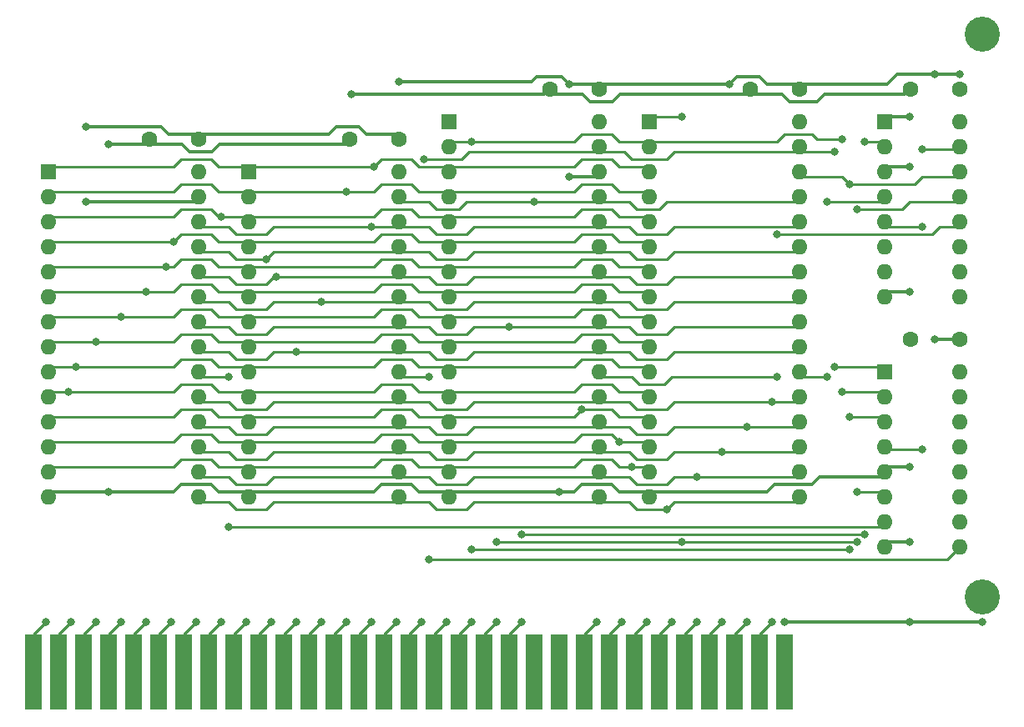
<source format=gbr>
G04 #@! TF.GenerationSoftware,KiCad,Pcbnew,(5.1.8)-1*
G04 #@! TF.CreationDate,2022-04-03T17:30:12-06:00*
G04 #@! TF.ProjectId,640k,3634306b-2e6b-4696-9361-645f70636258,rev?*
G04 #@! TF.SameCoordinates,Original*
G04 #@! TF.FileFunction,Copper,L1,Top*
G04 #@! TF.FilePolarity,Positive*
%FSLAX46Y46*%
G04 Gerber Fmt 4.6, Leading zero omitted, Abs format (unit mm)*
G04 Created by KiCad (PCBNEW (5.1.8)-1) date 2022-04-03 17:30:12*
%MOMM*%
%LPD*%
G01*
G04 APERTURE LIST*
G04 #@! TA.AperFunction,ComponentPad*
%ADD10O,1.600000X1.600000*%
G04 #@! TD*
G04 #@! TA.AperFunction,ComponentPad*
%ADD11R,1.600000X1.600000*%
G04 #@! TD*
G04 #@! TA.AperFunction,ComponentPad*
%ADD12C,1.600000*%
G04 #@! TD*
G04 #@! TA.AperFunction,ConnectorPad*
%ADD13R,1.780000X7.620000*%
G04 #@! TD*
G04 #@! TA.AperFunction,ComponentPad*
%ADD14C,3.556000*%
G04 #@! TD*
G04 #@! TA.AperFunction,ViaPad*
%ADD15C,0.800000*%
G04 #@! TD*
G04 #@! TA.AperFunction,Conductor*
%ADD16C,0.330200*%
G04 #@! TD*
G04 #@! TA.AperFunction,Conductor*
%ADD17C,0.250000*%
G04 #@! TD*
G04 APERTURE END LIST*
D10*
G04 #@! TO.P,U3,32*
G04 #@! TO.N,/5+*
X142740380Y-73888600D03*
G04 #@! TO.P,U3,16*
G04 #@! TO.N,/GND*
X127500380Y-111988600D03*
G04 #@! TO.P,U3,31*
G04 #@! TO.N,/A15*
X142740380Y-76428600D03*
G04 #@! TO.P,U3,15*
G04 #@! TO.N,/D2*
X127500380Y-109448600D03*
G04 #@! TO.P,U3,30*
G04 #@! TO.N,/5+*
X142740380Y-78968600D03*
G04 #@! TO.P,U3,14*
G04 #@! TO.N,/D1*
X127500380Y-106908600D03*
G04 #@! TO.P,U3,29*
G04 #@! TO.N,/MWR*
X142740380Y-81508600D03*
G04 #@! TO.P,U3,13*
G04 #@! TO.N,/D0*
X127500380Y-104368600D03*
G04 #@! TO.P,U3,28*
G04 #@! TO.N,/A13*
X142740380Y-84048600D03*
G04 #@! TO.P,U3,12*
G04 #@! TO.N,/A0*
X127500380Y-101828600D03*
G04 #@! TO.P,U3,27*
G04 #@! TO.N,/A8*
X142740380Y-86588600D03*
G04 #@! TO.P,U3,11*
G04 #@! TO.N,/A1*
X127500380Y-99288600D03*
G04 #@! TO.P,U3,26*
G04 #@! TO.N,/A9*
X142740380Y-89128600D03*
G04 #@! TO.P,U3,10*
G04 #@! TO.N,/A2*
X127500380Y-96748600D03*
G04 #@! TO.P,U3,25*
G04 #@! TO.N,/A11*
X142740380Y-91668600D03*
G04 #@! TO.P,U3,9*
G04 #@! TO.N,/A3*
X127500380Y-94208600D03*
G04 #@! TO.P,U3,24*
G04 #@! TO.N,/MRD*
X142740380Y-94208600D03*
G04 #@! TO.P,U3,8*
G04 #@! TO.N,/A4*
X127500380Y-91668600D03*
G04 #@! TO.P,U3,23*
G04 #@! TO.N,/A10*
X142740380Y-96748600D03*
G04 #@! TO.P,U3,7*
G04 #@! TO.N,/A5*
X127500380Y-89128600D03*
G04 #@! TO.P,U3,22*
G04 #@! TO.N,/128K_CS*
X142740380Y-99288600D03*
G04 #@! TO.P,U3,6*
G04 #@! TO.N,/A6*
X127500380Y-86588600D03*
G04 #@! TO.P,U3,21*
G04 #@! TO.N,/D7*
X142740380Y-101828600D03*
G04 #@! TO.P,U3,5*
G04 #@! TO.N,/A7*
X127500380Y-84048600D03*
G04 #@! TO.P,U3,20*
G04 #@! TO.N,/D6*
X142740380Y-104368600D03*
G04 #@! TO.P,U3,4*
G04 #@! TO.N,/A12*
X127500380Y-81508600D03*
G04 #@! TO.P,U3,19*
G04 #@! TO.N,/D5*
X142740380Y-106908600D03*
G04 #@! TO.P,U3,3*
G04 #@! TO.N,/A14*
X127500380Y-78968600D03*
G04 #@! TO.P,U3,18*
G04 #@! TO.N,/D4*
X142740380Y-109448600D03*
G04 #@! TO.P,U3,2*
G04 #@! TO.N,/A16*
X127500380Y-76428600D03*
G04 #@! TO.P,U3,17*
G04 #@! TO.N,/D3*
X142740380Y-111988600D03*
D11*
G04 #@! TO.P,U3,1*
G04 #@! TO.N,Net-(U3-Pad1)*
X127500380Y-73888600D03*
G04 #@! TD*
D10*
G04 #@! TO.P,U4,32*
G04 #@! TO.N,/5+*
X163060380Y-73888600D03*
G04 #@! TO.P,U4,16*
G04 #@! TO.N,/GND*
X147820380Y-111988600D03*
G04 #@! TO.P,U4,31*
G04 #@! TO.N,/A15*
X163060380Y-76428600D03*
G04 #@! TO.P,U4,15*
G04 #@! TO.N,/D2*
X147820380Y-109448600D03*
G04 #@! TO.P,U4,30*
G04 #@! TO.N,/A17*
X163060380Y-78968600D03*
G04 #@! TO.P,U4,14*
G04 #@! TO.N,/D1*
X147820380Y-106908600D03*
G04 #@! TO.P,U4,29*
G04 #@! TO.N,/MWR*
X163060380Y-81508600D03*
G04 #@! TO.P,U4,13*
G04 #@! TO.N,/D0*
X147820380Y-104368600D03*
G04 #@! TO.P,U4,28*
G04 #@! TO.N,/A13*
X163060380Y-84048600D03*
G04 #@! TO.P,U4,12*
G04 #@! TO.N,/A0*
X147820380Y-101828600D03*
G04 #@! TO.P,U4,27*
G04 #@! TO.N,/A8*
X163060380Y-86588600D03*
G04 #@! TO.P,U4,11*
G04 #@! TO.N,/A1*
X147820380Y-99288600D03*
G04 #@! TO.P,U4,26*
G04 #@! TO.N,/A9*
X163060380Y-89128600D03*
G04 #@! TO.P,U4,10*
G04 #@! TO.N,/A2*
X147820380Y-96748600D03*
G04 #@! TO.P,U4,25*
G04 #@! TO.N,/A11*
X163060380Y-91668600D03*
G04 #@! TO.P,U4,9*
G04 #@! TO.N,/A3*
X147820380Y-94208600D03*
G04 #@! TO.P,U4,24*
G04 #@! TO.N,/MRD*
X163060380Y-94208600D03*
G04 #@! TO.P,U4,8*
G04 #@! TO.N,/A4*
X147820380Y-91668600D03*
G04 #@! TO.P,U4,23*
G04 #@! TO.N,/A10*
X163060380Y-96748600D03*
G04 #@! TO.P,U4,7*
G04 #@! TO.N,/A5*
X147820380Y-89128600D03*
G04 #@! TO.P,U4,22*
G04 #@! TO.N,/512K_CS*
X163060380Y-99288600D03*
G04 #@! TO.P,U4,6*
G04 #@! TO.N,/A6*
X147820380Y-86588600D03*
G04 #@! TO.P,U4,21*
G04 #@! TO.N,/D7*
X163060380Y-101828600D03*
G04 #@! TO.P,U4,5*
G04 #@! TO.N,/A7*
X147820380Y-84048600D03*
G04 #@! TO.P,U4,20*
G04 #@! TO.N,/D6*
X163060380Y-104368600D03*
G04 #@! TO.P,U4,4*
G04 #@! TO.N,/A12*
X147820380Y-81508600D03*
G04 #@! TO.P,U4,19*
G04 #@! TO.N,/D5*
X163060380Y-106908600D03*
G04 #@! TO.P,U4,3*
G04 #@! TO.N,/A14*
X147820380Y-78968600D03*
G04 #@! TO.P,U4,18*
G04 #@! TO.N,/D4*
X163060380Y-109448600D03*
G04 #@! TO.P,U4,2*
G04 #@! TO.N,/A16*
X147820380Y-76428600D03*
G04 #@! TO.P,U4,17*
G04 #@! TO.N,/D3*
X163060380Y-111988600D03*
D11*
G04 #@! TO.P,U4,1*
G04 #@! TO.N,/A18*
X147820380Y-73888600D03*
G04 #@! TD*
D10*
G04 #@! TO.P,U1,28*
G04 #@! TO.N,/5+*
X102100380Y-78968600D03*
G04 #@! TO.P,U1,14*
G04 #@! TO.N,/GND*
X86860380Y-111988600D03*
G04 #@! TO.P,U1,27*
G04 #@! TO.N,/5+*
X102100380Y-81508600D03*
G04 #@! TO.P,U1,13*
G04 #@! TO.N,/D2*
X86860380Y-109448600D03*
G04 #@! TO.P,U1,26*
G04 #@! TO.N,/A13*
X102100380Y-84048600D03*
G04 #@! TO.P,U1,12*
G04 #@! TO.N,/D1*
X86860380Y-106908600D03*
G04 #@! TO.P,U1,25*
G04 #@! TO.N,/A8*
X102100380Y-86588600D03*
G04 #@! TO.P,U1,11*
G04 #@! TO.N,/D0*
X86860380Y-104368600D03*
G04 #@! TO.P,U1,24*
G04 #@! TO.N,/A9*
X102100380Y-89128600D03*
G04 #@! TO.P,U1,10*
G04 #@! TO.N,/A0*
X86860380Y-101828600D03*
G04 #@! TO.P,U1,23*
G04 #@! TO.N,/A11*
X102100380Y-91668600D03*
G04 #@! TO.P,U1,9*
G04 #@! TO.N,/A1*
X86860380Y-99288600D03*
G04 #@! TO.P,U1,22*
G04 #@! TO.N,/MRD*
X102100380Y-94208600D03*
G04 #@! TO.P,U1,8*
G04 #@! TO.N,/A2*
X86860380Y-96748600D03*
G04 #@! TO.P,U1,21*
G04 #@! TO.N,/A10*
X102100380Y-96748600D03*
G04 #@! TO.P,U1,7*
G04 #@! TO.N,/A3*
X86860380Y-94208600D03*
G04 #@! TO.P,U1,20*
G04 #@! TO.N,/32K_ROM_CS*
X102100380Y-99288600D03*
G04 #@! TO.P,U1,6*
G04 #@! TO.N,/A4*
X86860380Y-91668600D03*
G04 #@! TO.P,U1,19*
G04 #@! TO.N,/D7*
X102100380Y-101828600D03*
G04 #@! TO.P,U1,5*
G04 #@! TO.N,/A5*
X86860380Y-89128600D03*
G04 #@! TO.P,U1,18*
G04 #@! TO.N,/D6*
X102100380Y-104368600D03*
G04 #@! TO.P,U1,4*
G04 #@! TO.N,/A6*
X86860380Y-86588600D03*
G04 #@! TO.P,U1,17*
G04 #@! TO.N,/D5*
X102100380Y-106908600D03*
G04 #@! TO.P,U1,3*
G04 #@! TO.N,/A7*
X86860380Y-84048600D03*
G04 #@! TO.P,U1,16*
G04 #@! TO.N,/D4*
X102100380Y-109448600D03*
G04 #@! TO.P,U1,2*
G04 #@! TO.N,/A12*
X86860380Y-81508600D03*
G04 #@! TO.P,U1,15*
G04 #@! TO.N,/D3*
X102100380Y-111988600D03*
D11*
G04 #@! TO.P,U1,1*
G04 #@! TO.N,/A14*
X86860380Y-78968600D03*
G04 #@! TD*
D10*
G04 #@! TO.P,U2,28*
G04 #@! TO.N,/5+*
X122420380Y-78968600D03*
G04 #@! TO.P,U2,14*
G04 #@! TO.N,/GND*
X107180380Y-111988600D03*
G04 #@! TO.P,U2,27*
G04 #@! TO.N,/MWR*
X122420380Y-81508600D03*
G04 #@! TO.P,U2,13*
G04 #@! TO.N,/D2*
X107180380Y-109448600D03*
G04 #@! TO.P,U2,26*
G04 #@! TO.N,/A13*
X122420380Y-84048600D03*
G04 #@! TO.P,U2,12*
G04 #@! TO.N,/D1*
X107180380Y-106908600D03*
G04 #@! TO.P,U2,25*
G04 #@! TO.N,/A8*
X122420380Y-86588600D03*
G04 #@! TO.P,U2,11*
G04 #@! TO.N,/D0*
X107180380Y-104368600D03*
G04 #@! TO.P,U2,24*
G04 #@! TO.N,/A9*
X122420380Y-89128600D03*
G04 #@! TO.P,U2,10*
G04 #@! TO.N,/A0*
X107180380Y-101828600D03*
G04 #@! TO.P,U2,23*
G04 #@! TO.N,/A11*
X122420380Y-91668600D03*
G04 #@! TO.P,U2,9*
G04 #@! TO.N,/A1*
X107180380Y-99288600D03*
G04 #@! TO.P,U2,22*
G04 #@! TO.N,/MRD*
X122420380Y-94208600D03*
G04 #@! TO.P,U2,8*
G04 #@! TO.N,/A2*
X107180380Y-96748600D03*
G04 #@! TO.P,U2,21*
G04 #@! TO.N,/A10*
X122420380Y-96748600D03*
G04 #@! TO.P,U2,7*
G04 #@! TO.N,/A3*
X107180380Y-94208600D03*
G04 #@! TO.P,U2,20*
G04 #@! TO.N,/32K_RAM_CS*
X122420380Y-99288600D03*
G04 #@! TO.P,U2,6*
G04 #@! TO.N,/A4*
X107180380Y-91668600D03*
G04 #@! TO.P,U2,19*
G04 #@! TO.N,/D7*
X122420380Y-101828600D03*
G04 #@! TO.P,U2,5*
G04 #@! TO.N,/A5*
X107180380Y-89128600D03*
G04 #@! TO.P,U2,18*
G04 #@! TO.N,/D6*
X122420380Y-104368600D03*
G04 #@! TO.P,U2,4*
G04 #@! TO.N,/A6*
X107180380Y-86588600D03*
G04 #@! TO.P,U2,17*
G04 #@! TO.N,/D5*
X122420380Y-106908600D03*
G04 #@! TO.P,U2,3*
G04 #@! TO.N,/A7*
X107180380Y-84048600D03*
G04 #@! TO.P,U2,16*
G04 #@! TO.N,/D4*
X122420380Y-109448600D03*
G04 #@! TO.P,U2,2*
G04 #@! TO.N,/A12*
X107180380Y-81508600D03*
G04 #@! TO.P,U2,15*
G04 #@! TO.N,/D3*
X122420380Y-111988600D03*
D11*
G04 #@! TO.P,U2,1*
G04 #@! TO.N,/A14*
X107180380Y-78968600D03*
G04 #@! TD*
D12*
G04 #@! TO.P,C6,2*
G04 #@! TO.N,/5+*
X179316380Y-95986600D03*
G04 #@! TO.P,C6,1*
G04 #@! TO.N,/GND*
X174316380Y-95986600D03*
G04 #@! TD*
G04 #@! TO.P,C3,2*
G04 #@! TO.N,/5+*
X142740380Y-70586600D03*
G04 #@! TO.P,C3,1*
G04 #@! TO.N,/GND*
X137740380Y-70586600D03*
G04 #@! TD*
G04 #@! TO.P,C2,2*
G04 #@! TO.N,/5+*
X122420380Y-75666600D03*
G04 #@! TO.P,C2,1*
G04 #@! TO.N,/GND*
X117420380Y-75666600D03*
G04 #@! TD*
G04 #@! TO.P,C1,2*
G04 #@! TO.N,/5+*
X102100380Y-75666600D03*
G04 #@! TO.P,C1,1*
G04 #@! TO.N,/GND*
X97100380Y-75666600D03*
G04 #@! TD*
D13*
G04 #@! TO.P,J9,62*
G04 #@! TO.N,/A0*
X85336380Y-129768600D03*
G04 #@! TO.P,J9,61*
G04 #@! TO.N,/A1*
X87876380Y-129768600D03*
G04 #@! TO.P,J9,60*
G04 #@! TO.N,/A2*
X90416380Y-129768600D03*
G04 #@! TO.P,J9,59*
G04 #@! TO.N,/A3*
X92956380Y-129768600D03*
G04 #@! TO.P,J9,58*
G04 #@! TO.N,/A4*
X95496380Y-129768600D03*
G04 #@! TO.P,J9,57*
G04 #@! TO.N,/A5*
X98036380Y-129768600D03*
G04 #@! TO.P,J9,56*
G04 #@! TO.N,/A6*
X100576380Y-129768600D03*
G04 #@! TO.P,J9,55*
G04 #@! TO.N,/A7*
X103116380Y-129768600D03*
G04 #@! TO.P,J9,54*
G04 #@! TO.N,/A8*
X105656380Y-129768600D03*
G04 #@! TO.P,J9,53*
G04 #@! TO.N,/A9*
X108196380Y-129768600D03*
G04 #@! TO.P,J9,52*
G04 #@! TO.N,/A10*
X110736380Y-129768600D03*
G04 #@! TO.P,J9,51*
G04 #@! TO.N,/A11*
X113276380Y-129768600D03*
G04 #@! TO.P,J9,50*
G04 #@! TO.N,/A12*
X115816380Y-129768600D03*
G04 #@! TO.P,J9,49*
G04 #@! TO.N,/A13*
X118356380Y-129768600D03*
G04 #@! TO.P,J9,48*
G04 #@! TO.N,/A14*
X120896380Y-129768600D03*
G04 #@! TO.P,J9,47*
G04 #@! TO.N,/A15*
X123436380Y-129768600D03*
G04 #@! TO.P,J9,46*
G04 #@! TO.N,/A16*
X125976380Y-129768600D03*
G04 #@! TO.P,J9,45*
G04 #@! TO.N,/A17*
X128516380Y-129768600D03*
G04 #@! TO.P,J9,44*
G04 #@! TO.N,/A18*
X131056380Y-129768600D03*
G04 #@! TO.P,J9,43*
G04 #@! TO.N,/A19*
X133596380Y-129768600D03*
G04 #@! TO.P,J9,42*
G04 #@! TO.N,/AEN*
X136136380Y-129768600D03*
G04 #@! TO.P,J9,41*
G04 #@! TO.N,/RDY1*
X138676380Y-129768600D03*
G04 #@! TO.P,J9,40*
G04 #@! TO.N,/D0*
X141216380Y-129768600D03*
G04 #@! TO.P,J9,39*
G04 #@! TO.N,/D1*
X143756380Y-129768600D03*
G04 #@! TO.P,J9,38*
G04 #@! TO.N,/D2*
X146296380Y-129768600D03*
G04 #@! TO.P,J9,37*
G04 #@! TO.N,/D3*
X148836380Y-129768600D03*
G04 #@! TO.P,J9,36*
G04 #@! TO.N,/D4*
X151376380Y-129768600D03*
G04 #@! TO.P,J9,35*
G04 #@! TO.N,/D5*
X153916380Y-129768600D03*
G04 #@! TO.P,J9,34*
G04 #@! TO.N,/D6*
X156456380Y-129768600D03*
G04 #@! TO.P,J9,33*
G04 #@! TO.N,/D7*
X158996380Y-129768600D03*
G04 #@! TO.P,J9,32*
G04 #@! TO.N,/CH_CK*
X161536380Y-129768600D03*
G04 #@! TD*
D14*
G04 #@! TO.P,R,1*
G04 #@! TO.N,/GND*
X181602380Y-122148600D03*
G04 #@! TD*
G04 #@! TO.P,R,1*
G04 #@! TO.N,N/C*
X181602380Y-64998600D03*
G04 #@! TD*
D10*
G04 #@! TO.P,U6,16*
G04 #@! TO.N,/5+*
X179316380Y-99288600D03*
G04 #@! TO.P,U6,8*
G04 #@! TO.N,/GND*
X171696380Y-117068600D03*
G04 #@! TO.P,U6,15*
G04 #@! TO.N,Net-(U6-Pad15)*
X179316380Y-101828600D03*
G04 #@! TO.P,U6,7*
G04 #@! TO.N,/32K_ROM_CS*
X171696380Y-114528600D03*
G04 #@! TO.P,U6,14*
G04 #@! TO.N,Net-(U6-Pad14)*
X179316380Y-104368600D03*
G04 #@! TO.P,U6,6*
G04 #@! TO.N,/A18*
X171696380Y-111988600D03*
G04 #@! TO.P,U6,13*
G04 #@! TO.N,Net-(U6-Pad13)*
X179316380Y-106908600D03*
G04 #@! TO.P,U6,5*
G04 #@! TO.N,/GND*
X171696380Y-109448600D03*
G04 #@! TO.P,U6,12*
G04 #@! TO.N,Net-(U6-Pad12)*
X179316380Y-109448600D03*
G04 #@! TO.P,U6,4*
G04 #@! TO.N,/UPPER_512K*
X171696380Y-106908600D03*
G04 #@! TO.P,U6,11*
G04 #@! TO.N,Net-(U6-Pad11)*
X179316380Y-111988600D03*
G04 #@! TO.P,U6,3*
G04 #@! TO.N,/A17*
X171696380Y-104368600D03*
G04 #@! TO.P,U6,10*
G04 #@! TO.N,Net-(U6-Pad10)*
X179316380Y-114528600D03*
G04 #@! TO.P,U6,2*
G04 #@! TO.N,/A16*
X171696380Y-101828600D03*
G04 #@! TO.P,U6,9*
G04 #@! TO.N,/32K_RAM_CS*
X179316380Y-117068600D03*
D11*
G04 #@! TO.P,U6,1*
G04 #@! TO.N,/A15*
X171696380Y-99288600D03*
G04 #@! TD*
D10*
G04 #@! TO.P,U5,16*
G04 #@! TO.N,/5+*
X179316380Y-73888600D03*
G04 #@! TO.P,U5,8*
G04 #@! TO.N,/GND*
X171696380Y-91668600D03*
G04 #@! TO.P,U5,15*
G04 #@! TO.N,/UPPER_512K*
X179316380Y-76428600D03*
G04 #@! TO.P,U5,7*
G04 #@! TO.N,Net-(U5-Pad7)*
X171696380Y-89128600D03*
G04 #@! TO.P,U5,14*
G04 #@! TO.N,/A17*
X179316380Y-78968600D03*
G04 #@! TO.P,U5,6*
G04 #@! TO.N,Net-(U5-Pad6)*
X171696380Y-86588600D03*
G04 #@! TO.P,U5,13*
G04 #@! TO.N,/A18*
X179316380Y-81508600D03*
G04 #@! TO.P,U5,5*
G04 #@! TO.N,/UPPER_512K*
X171696380Y-84048600D03*
G04 #@! TO.P,U5,12*
G04 #@! TO.N,/128K_CS*
X179316380Y-84048600D03*
G04 #@! TO.P,U5,4*
G04 #@! TO.N,/512K_CS*
X171696380Y-81508600D03*
G04 #@! TO.P,U5,11*
G04 #@! TO.N,Net-(U5-Pad11)*
X179316380Y-86588600D03*
G04 #@! TO.P,U5,3*
G04 #@! TO.N,/GND*
X171696380Y-78968600D03*
G04 #@! TO.P,U5,10*
G04 #@! TO.N,Net-(U5-Pad10)*
X179316380Y-89128600D03*
G04 #@! TO.P,U5,2*
G04 #@! TO.N,/A19*
X171696380Y-76428600D03*
G04 #@! TO.P,U5,9*
G04 #@! TO.N,Net-(U5-Pad9)*
X179316380Y-91668600D03*
D11*
G04 #@! TO.P,U5,1*
G04 #@! TO.N,/GND*
X171696380Y-73888600D03*
G04 #@! TD*
D12*
G04 #@! TO.P,C5,2*
G04 #@! TO.N,/5+*
X179316380Y-70586600D03*
G04 #@! TO.P,C5,1*
G04 #@! TO.N,/GND*
X174316380Y-70586600D03*
G04 #@! TD*
G04 #@! TO.P,C4,2*
G04 #@! TO.N,/5+*
X163060380Y-70586600D03*
G04 #@! TO.P,C4,1*
G04 #@! TO.N,/GND*
X158060380Y-70586600D03*
G04 #@! TD*
D15*
G04 #@! TO.N,/5+*
X179316380Y-69062600D03*
X176776380Y-69062600D03*
X176776380Y-95986600D03*
X90670380Y-74396600D03*
X122420380Y-69824598D03*
X155948380Y-70078600D03*
X90670380Y-82016600D03*
X139692380Y-70078600D03*
X139692380Y-79476600D03*
G04 #@! TO.N,/GND*
X181602380Y-124688600D03*
X174236380Y-116560600D03*
X174236380Y-108940600D03*
X174236380Y-78460600D03*
X174236380Y-91160600D03*
X174236380Y-73380600D03*
X161536380Y-124688600D03*
X117594380Y-71094600D03*
X92956380Y-111480600D03*
X92956380Y-76174600D03*
X138676380Y-111480600D03*
X174236380Y-124688600D03*
G04 #@! TO.N,/D7*
X160266380Y-124688600D03*
X160266380Y-102336600D03*
G04 #@! TO.N,/D6*
X157726380Y-124688600D03*
X157726380Y-104876600D03*
G04 #@! TO.N,/D5*
X155186380Y-124688600D03*
X155186380Y-107416600D03*
G04 #@! TO.N,/D4*
X152646380Y-124688600D03*
X152646380Y-109956600D03*
G04 #@! TO.N,/D3*
X150106380Y-124688600D03*
X149598380Y-113258600D03*
G04 #@! TO.N,/D2*
X147566380Y-124688600D03*
X146042380Y-108940600D03*
G04 #@! TO.N,/D1*
X145026380Y-124688600D03*
X144772380Y-106400600D03*
G04 #@! TO.N,/D0*
X142486380Y-124688600D03*
X140962380Y-103098600D03*
G04 #@! TO.N,/A19*
X134866380Y-124688600D03*
X169664380Y-75920600D03*
X169664380Y-115798600D03*
X134866380Y-115798600D03*
G04 #@! TO.N,/A18*
X132326380Y-124688600D03*
X168902380Y-82778600D03*
X168902380Y-116560600D03*
X132326380Y-116560600D03*
X168902380Y-111480600D03*
X151122380Y-116560600D03*
X151122380Y-73380600D03*
G04 #@! TO.N,/A17*
X129786380Y-124688600D03*
X168140380Y-80238600D03*
X168140380Y-103860600D03*
X168140380Y-117322600D03*
X129786380Y-117322600D03*
G04 #@! TO.N,/A16*
X127246380Y-124688600D03*
X129786380Y-75920600D03*
X167378380Y-75666600D03*
X167378380Y-101320600D03*
G04 #@! TO.N,/A15*
X124706380Y-124688600D03*
X124960380Y-77698600D03*
X166616380Y-76936600D03*
X166616380Y-98780600D03*
G04 #@! TO.N,/A14*
X122166380Y-124688600D03*
X119880380Y-78460600D03*
G04 #@! TO.N,/A13*
X119626380Y-124688600D03*
X119626380Y-84556600D03*
G04 #@! TO.N,/A12*
X117086380Y-124688600D03*
X117086380Y-81000600D03*
G04 #@! TO.N,/A11*
X114546380Y-124688600D03*
X114546380Y-92176600D03*
G04 #@! TO.N,/A10*
X112006380Y-124688600D03*
X112006380Y-97256600D03*
G04 #@! TO.N,/A9*
X109466380Y-124688600D03*
X109974380Y-89636600D03*
G04 #@! TO.N,/A8*
X106926380Y-124688600D03*
X108958380Y-87858600D03*
G04 #@! TO.N,/A7*
X104386380Y-124688600D03*
X104386380Y-83540600D03*
G04 #@! TO.N,/A6*
X101846380Y-124688600D03*
X99560380Y-86080600D03*
G04 #@! TO.N,/A5*
X99306380Y-124688600D03*
X98798380Y-88620600D03*
G04 #@! TO.N,/A4*
X96766380Y-124688600D03*
X96766380Y-91160600D03*
G04 #@! TO.N,/A3*
X94226380Y-124688600D03*
X94226380Y-93700600D03*
G04 #@! TO.N,/A2*
X91686380Y-124688600D03*
X91686380Y-96240600D03*
G04 #@! TO.N,/A1*
X89146380Y-124688600D03*
X89654380Y-98780600D03*
G04 #@! TO.N,/A0*
X86606380Y-124688600D03*
X88892380Y-101320600D03*
G04 #@! TO.N,/MWR*
X136136380Y-82016600D03*
G04 #@! TO.N,/MRD*
X133596380Y-94716600D03*
G04 #@! TO.N,/32K_RAM_CS*
X125468380Y-99796600D03*
X125468380Y-118338600D03*
G04 #@! TO.N,/32K_ROM_CS*
X105148380Y-115036600D03*
X105148380Y-99796600D03*
G04 #@! TO.N,/512K_CS*
X165854380Y-99796600D03*
X165854380Y-82016600D03*
G04 #@! TO.N,/UPPER_512K*
X175506380Y-84556600D03*
X175506380Y-107162600D03*
X175506380Y-76682600D03*
G04 #@! TO.N,/128K_CS*
X160774380Y-99796600D03*
X160774380Y-85318600D03*
G04 #@! TD*
D16*
G04 #@! TO.N,/5+*
X176776380Y-69062600D02*
X179316380Y-69062600D01*
X179316380Y-95986600D02*
X176776380Y-95986600D01*
X121912380Y-75158600D02*
X122420380Y-75666600D01*
X118356380Y-74396600D02*
X119118380Y-75158600D01*
X116070380Y-74396600D02*
X118356380Y-74396600D01*
X115308380Y-75158600D02*
X116070380Y-74396600D01*
X119118380Y-75158600D02*
X121912380Y-75158600D01*
X102608380Y-75158600D02*
X115308380Y-75158600D01*
X102100380Y-75666600D02*
X102608380Y-75158600D01*
X90670380Y-74396600D02*
X98290380Y-74396600D01*
X98290380Y-74396600D02*
X99052380Y-75158600D01*
X142740380Y-70586600D02*
X143248380Y-70078600D01*
X158996380Y-69316600D02*
X159758380Y-70078600D01*
X162552380Y-70078600D02*
X163060380Y-70586600D01*
X156710380Y-69316600D02*
X158996380Y-69316600D01*
X155948380Y-70078600D02*
X156710380Y-69316600D01*
X159758380Y-70078600D02*
X162552380Y-70078600D01*
X143248380Y-70078600D02*
X155948380Y-70078600D01*
X101592380Y-75158600D02*
X102100380Y-75666600D01*
X99052380Y-75158600D02*
X101592380Y-75158600D01*
X135882382Y-69824598D02*
X122420380Y-69824598D01*
X138930380Y-69316600D02*
X136390380Y-69316600D01*
X136390380Y-69316600D02*
X135882382Y-69824598D01*
X142232380Y-70078600D02*
X139692380Y-70078600D01*
X142740380Y-70586600D02*
X142232380Y-70078600D01*
X176776380Y-69062600D02*
X172966380Y-69062600D01*
X172966380Y-69062600D02*
X171950380Y-70078600D01*
X163568380Y-70078600D02*
X163060380Y-70586600D01*
X171950380Y-70078600D02*
X163568380Y-70078600D01*
X102100380Y-81508600D02*
X101592380Y-82016600D01*
X101592380Y-82016600D02*
X90670380Y-82016600D01*
X139692380Y-70078600D02*
X138930380Y-69316600D01*
X142232380Y-79476600D02*
X142740380Y-78968600D01*
X139692380Y-79476600D02*
X142232380Y-79476600D01*
G04 #@! TO.N,/GND*
X117420380Y-75666600D02*
X116912380Y-76174600D01*
X101164380Y-76936600D02*
X100402380Y-76174600D01*
X97608380Y-76174600D02*
X97100380Y-75666600D01*
X103450380Y-76936600D02*
X101164380Y-76936600D01*
X104212380Y-76174600D02*
X103450380Y-76936600D01*
X100402380Y-76174600D02*
X97608380Y-76174600D01*
X116912380Y-76174600D02*
X104212380Y-76174600D01*
X161536380Y-124688600D02*
X181602380Y-124688600D01*
X172204380Y-116560600D02*
X171696380Y-117068600D01*
X174236380Y-116560600D02*
X172204380Y-116560600D01*
X172204380Y-108940600D02*
X171696380Y-109448600D01*
X174236380Y-108940600D02*
X172204380Y-108940600D01*
X172204380Y-91160600D02*
X171696380Y-91668600D01*
X174236380Y-91160600D02*
X172204380Y-91160600D01*
X172204380Y-78460600D02*
X171696380Y-78968600D01*
X174236380Y-78460600D02*
X172204380Y-78460600D01*
X172204380Y-73380600D02*
X171696380Y-73888600D01*
X174236380Y-73380600D02*
X172204380Y-73380600D01*
X106672380Y-111480600D02*
X107180380Y-111988600D01*
X87368380Y-111480600D02*
X92956380Y-111480600D01*
X103370380Y-110718600D02*
X104132380Y-111480600D01*
X86860380Y-111988600D02*
X87368380Y-111480600D01*
X104132380Y-111480600D02*
X106672380Y-111480600D01*
X99560380Y-111480600D02*
X100322380Y-110718600D01*
X100322380Y-110718600D02*
X103370380Y-110718600D01*
X120642380Y-110718600D02*
X123690380Y-110718600D01*
X126992380Y-111480600D02*
X127500380Y-111988600D01*
X124452380Y-111480600D02*
X126992380Y-111480600D01*
X123690380Y-110718600D02*
X124452380Y-111480600D01*
X119880380Y-111480600D02*
X120642380Y-110718600D01*
X107688380Y-111480600D02*
X119880380Y-111480600D01*
X107180380Y-111988600D02*
X107688380Y-111480600D01*
X147312380Y-111480600D02*
X147820380Y-111988600D01*
X144772380Y-111480600D02*
X147312380Y-111480600D01*
X127500380Y-111988600D02*
X128008380Y-111480600D01*
X140962380Y-110718600D02*
X144010380Y-110718600D01*
X140200380Y-111480600D02*
X140962380Y-110718600D01*
X144010380Y-110718600D02*
X144772380Y-111480600D01*
X128008380Y-111480600D02*
X140200380Y-111480600D01*
X141042380Y-71094600D02*
X138248380Y-71094600D01*
X141804380Y-71856600D02*
X141042380Y-71094600D01*
X138248380Y-71094600D02*
X137740380Y-70586600D01*
X158060380Y-70586600D02*
X157552380Y-71094600D01*
X157552380Y-71094600D02*
X144852380Y-71094600D01*
X144852380Y-71094600D02*
X144090380Y-71856600D01*
X144090380Y-71856600D02*
X141804380Y-71856600D01*
X137740380Y-70586600D02*
X137660380Y-70586600D01*
X137660380Y-70586600D02*
X137152380Y-71094600D01*
X137152380Y-71094600D02*
X117594380Y-71094600D01*
X92956380Y-111480600D02*
X99560380Y-111480600D01*
X96592380Y-76174600D02*
X97100380Y-75666600D01*
X92956380Y-76174600D02*
X96592380Y-76174600D01*
X147820380Y-112018600D02*
X147820380Y-111988600D01*
X171188380Y-109956600D02*
X171696380Y-109448600D01*
X165092380Y-109956600D02*
X171188380Y-109956600D01*
X164330380Y-110718600D02*
X165092380Y-109956600D01*
X160520380Y-110718600D02*
X164330380Y-110718600D01*
X159758380Y-111480600D02*
X160520380Y-110718600D01*
X148328380Y-111480600D02*
X159758380Y-111480600D01*
X147820380Y-111988600D02*
X148328380Y-111480600D01*
X174316380Y-70586600D02*
X174236380Y-70586600D01*
X174236380Y-70586600D02*
X173728380Y-71094600D01*
X173728380Y-71094600D02*
X165600380Y-71094600D01*
X165600380Y-71094600D02*
X164838380Y-71856600D01*
X164838380Y-71856600D02*
X162044380Y-71856600D01*
X162044380Y-71856600D02*
X161282380Y-71094600D01*
X158568380Y-71094600D02*
X158060380Y-70586600D01*
X161282380Y-71094600D02*
X158568380Y-71094600D01*
D17*
G04 #@! TO.N,/D7*
X122928380Y-102336600D02*
X122420380Y-101828600D01*
X146550380Y-103098600D02*
X145788380Y-102336600D01*
X102608380Y-102336600D02*
X102100380Y-101828600D01*
X163060380Y-101828600D02*
X162552380Y-102336600D01*
X109720380Y-102336600D02*
X108958380Y-103098600D01*
X149598380Y-103098600D02*
X146550380Y-103098600D01*
X143248380Y-102336600D02*
X142740380Y-101828600D01*
X145788380Y-102336600D02*
X143248380Y-102336600D01*
X162552380Y-102336600D02*
X150360380Y-102336600D01*
X126230380Y-103098600D02*
X125468380Y-102336600D01*
X122420380Y-101828600D02*
X121912380Y-102336600D01*
X105148380Y-102336600D02*
X102608380Y-102336600D01*
X121912380Y-102336600D02*
X109720380Y-102336600D01*
X129278380Y-103098600D02*
X126230380Y-103098600D01*
X150360380Y-102336600D02*
X149598380Y-103098600D01*
X130040380Y-102336600D02*
X129278380Y-103098600D01*
X108958380Y-103098600D02*
X105910380Y-103098600D01*
X142232380Y-102336600D02*
X130040380Y-102336600D01*
X142740380Y-101828600D02*
X142232380Y-102336600D01*
X105910380Y-103098600D02*
X105148380Y-102336600D01*
X125468380Y-102336600D02*
X122928380Y-102336600D01*
X158996380Y-129768600D02*
X158996380Y-125958600D01*
X158996380Y-125958600D02*
X160266380Y-124688600D01*
G04 #@! TO.N,/D6*
X156456380Y-129768600D02*
X156456380Y-125958600D01*
X122928380Y-104876600D02*
X122420380Y-104368600D01*
X102608380Y-104876600D02*
X102100380Y-104368600D01*
X146550380Y-105638600D02*
X145788380Y-104876600D01*
X163060380Y-104368600D02*
X162552380Y-104876600D01*
X150360380Y-104876600D02*
X149598380Y-105638600D01*
X105148380Y-104876600D02*
X102608380Y-104876600D01*
X126230380Y-105638600D02*
X125468380Y-104876600D01*
X130040380Y-104876600D02*
X129278380Y-105638600D01*
X122420380Y-104368600D02*
X121912380Y-104876600D01*
X129278380Y-105638600D02*
X126230380Y-105638600D01*
X121912380Y-104876600D02*
X109720380Y-104876600D01*
X142740380Y-104368600D02*
X142232380Y-104876600D01*
X125468380Y-104876600D02*
X122928380Y-104876600D01*
X108958380Y-105638600D02*
X105910380Y-105638600D01*
X105910380Y-105638600D02*
X105148380Y-104876600D01*
X142232380Y-104876600D02*
X130040380Y-104876600D01*
X162552380Y-104876600D02*
X150360380Y-104876600D01*
X109720380Y-104876600D02*
X108958380Y-105638600D01*
X149598380Y-105638600D02*
X146550380Y-105638600D01*
X145788380Y-104876600D02*
X143248380Y-104876600D01*
X143248380Y-104876600D02*
X142740380Y-104368600D01*
X156456380Y-125958600D02*
X157726380Y-124688600D01*
G04 #@! TO.N,/D5*
X153916380Y-129768600D02*
X153916380Y-125958600D01*
X102608380Y-107416600D02*
X102100380Y-106908600D01*
X105148380Y-107416600D02*
X102608380Y-107416600D01*
X108958380Y-108178600D02*
X105910380Y-108178600D01*
X105910380Y-108178600D02*
X105148380Y-107416600D01*
X121912380Y-107416600D02*
X109720380Y-107416600D01*
X109720380Y-107416600D02*
X108958380Y-108178600D01*
X122420380Y-106908600D02*
X121912380Y-107416600D01*
X142740380Y-106908600D02*
X142232380Y-107416600D01*
X142232380Y-107416600D02*
X130040380Y-107416600D01*
X129278380Y-108178600D02*
X126230380Y-108178600D01*
X122928380Y-107416600D02*
X122420380Y-106908600D01*
X125468380Y-107416600D02*
X122928380Y-107416600D01*
X143248380Y-107416600D02*
X142740380Y-106908600D01*
X162552380Y-107416600D02*
X150360380Y-107416600D01*
X146550380Y-108178600D02*
X145788380Y-107416600D01*
X163060380Y-106908600D02*
X162552380Y-107416600D01*
X150360380Y-107416600D02*
X149598380Y-108178600D01*
X149598380Y-108178600D02*
X146550380Y-108178600D01*
X145788380Y-107416600D02*
X143248380Y-107416600D01*
X126230380Y-108178600D02*
X125468380Y-107416600D01*
X130040380Y-107416600D02*
X129278380Y-108178600D01*
X153916380Y-125958600D02*
X155186380Y-124688600D01*
G04 #@! TO.N,/D4*
X151376380Y-129768600D02*
X151376380Y-125958600D01*
X143248380Y-109956600D02*
X142740380Y-109448600D01*
X162552380Y-109956600D02*
X150360380Y-109956600D01*
X146550380Y-110718600D02*
X145788380Y-109956600D01*
X163060380Y-109448600D02*
X162552380Y-109956600D01*
X145788380Y-109956600D02*
X143248380Y-109956600D01*
X150360380Y-109956600D02*
X149598380Y-110718600D01*
X149598380Y-110718600D02*
X146550380Y-110718600D01*
X129278380Y-110718600D02*
X126230380Y-110718600D01*
X122928380Y-109956600D02*
X122420380Y-109448600D01*
X125468380Y-109956600D02*
X122928380Y-109956600D01*
X126230380Y-110718600D02*
X125468380Y-109956600D01*
X130040380Y-109956600D02*
X129278380Y-110718600D01*
X142232380Y-109956600D02*
X130040380Y-109956600D01*
X142740380Y-109448600D02*
X142232380Y-109956600D01*
X102608380Y-109956600D02*
X102100380Y-109448600D01*
X105148380Y-109956600D02*
X102608380Y-109956600D01*
X122420380Y-109448600D02*
X121912380Y-109956600D01*
X108958380Y-110718600D02*
X105910380Y-110718600D01*
X109720380Y-109956600D02*
X108958380Y-110718600D01*
X105910380Y-110718600D02*
X105148380Y-109956600D01*
X121912380Y-109956600D02*
X109720380Y-109956600D01*
X151376380Y-125958600D02*
X152646380Y-124688600D01*
G04 #@! TO.N,/D3*
X148836380Y-129768600D02*
X148836380Y-125958600D01*
X148836380Y-125958600D02*
X150106380Y-124688600D01*
X105910380Y-113258600D02*
X105148380Y-112496600D01*
X162552380Y-112496600D02*
X150360380Y-112496600D01*
X122420380Y-111988600D02*
X121912380Y-112496600D01*
X146550380Y-113258600D02*
X145788380Y-112496600D01*
X121912380Y-112496600D02*
X109720380Y-112496600D01*
X143248380Y-112496600D02*
X142740380Y-111988600D01*
X129278380Y-113258600D02*
X126230380Y-113258600D01*
X105148380Y-112496600D02*
X102608380Y-112496600D01*
X145788380Y-112496600D02*
X143248380Y-112496600D01*
X163060380Y-111988600D02*
X162552380Y-112496600D01*
X125468380Y-112496600D02*
X122928380Y-112496600D01*
X150360380Y-112496600D02*
X149598380Y-113258600D01*
X126230380Y-113258600D02*
X125468380Y-112496600D01*
X130040380Y-112496600D02*
X129278380Y-113258600D01*
X142232380Y-112496600D02*
X130040380Y-112496600D01*
X122928380Y-112496600D02*
X122420380Y-111988600D01*
X142740380Y-111988600D02*
X142232380Y-112496600D01*
X109720380Y-112496600D02*
X108958380Y-113258600D01*
X108958380Y-113258600D02*
X105910380Y-113258600D01*
X102608380Y-112496600D02*
X102100380Y-111988600D01*
X149598380Y-113258600D02*
X146550380Y-113258600D01*
G04 #@! TO.N,/D2*
X146296380Y-129768600D02*
X146296380Y-125958600D01*
X106672380Y-108940600D02*
X107180380Y-109448600D01*
X104132380Y-108940600D02*
X106672380Y-108940600D01*
X103370380Y-108178600D02*
X104132380Y-108940600D01*
X100322380Y-108178600D02*
X103370380Y-108178600D01*
X99560380Y-108940600D02*
X100322380Y-108178600D01*
X87368380Y-108940600D02*
X99560380Y-108940600D01*
X86860380Y-109448600D02*
X87368380Y-108940600D01*
X126992380Y-108940600D02*
X127500380Y-109448600D01*
X107688380Y-108940600D02*
X119880380Y-108940600D01*
X123690380Y-108178600D02*
X124452380Y-108940600D01*
X107180380Y-109448600D02*
X107688380Y-108940600D01*
X124452380Y-108940600D02*
X126992380Y-108940600D01*
X119880380Y-108940600D02*
X120642380Y-108178600D01*
X120642380Y-108178600D02*
X123690380Y-108178600D01*
X140962380Y-108178600D02*
X144010380Y-108178600D01*
X147312380Y-108940600D02*
X147820380Y-109448600D01*
X144772380Y-108940600D02*
X147312380Y-108940600D01*
X144010380Y-108178600D02*
X144772380Y-108940600D01*
X140200380Y-108940600D02*
X140962380Y-108178600D01*
X128008380Y-108940600D02*
X140200380Y-108940600D01*
X127500380Y-109448600D02*
X128008380Y-108940600D01*
X146296380Y-125958600D02*
X147566380Y-124688600D01*
G04 #@! TO.N,/D1*
X106672380Y-106400600D02*
X107180380Y-106908600D01*
X87368380Y-106400600D02*
X99560380Y-106400600D01*
X103370380Y-105638600D02*
X104132380Y-106400600D01*
X86860380Y-106908600D02*
X87368380Y-106400600D01*
X104132380Y-106400600D02*
X106672380Y-106400600D01*
X99560380Y-106400600D02*
X100322380Y-105638600D01*
X100322380Y-105638600D02*
X103370380Y-105638600D01*
X120642380Y-105638600D02*
X123690380Y-105638600D01*
X126992380Y-106400600D02*
X127500380Y-106908600D01*
X124452380Y-106400600D02*
X126992380Y-106400600D01*
X123690380Y-105638600D02*
X124452380Y-106400600D01*
X119880380Y-106400600D02*
X120642380Y-105638600D01*
X107688380Y-106400600D02*
X119880380Y-106400600D01*
X107180380Y-106908600D02*
X107688380Y-106400600D01*
X147312380Y-106400600D02*
X147820380Y-106908600D01*
X144772380Y-106400600D02*
X147312380Y-106400600D01*
X127500380Y-106908600D02*
X128008380Y-106400600D01*
X140962380Y-105638600D02*
X144010380Y-105638600D01*
X140200380Y-106400600D02*
X140962380Y-105638600D01*
X144010380Y-105638600D02*
X144772380Y-106400600D01*
X128008380Y-106400600D02*
X140200380Y-106400600D01*
X143756380Y-129768600D02*
X143756380Y-125958600D01*
X143756380Y-125958600D02*
X145026380Y-124688600D01*
G04 #@! TO.N,/D0*
X104132380Y-103860600D02*
X106672380Y-103860600D01*
X144772380Y-103860600D02*
X147312380Y-103860600D01*
X123690380Y-103098600D02*
X124452380Y-103860600D01*
X106672380Y-103860600D02*
X107180380Y-104368600D01*
X103370380Y-103098600D02*
X104132380Y-103860600D01*
X100322380Y-103098600D02*
X103370380Y-103098600D01*
X107180380Y-104368600D02*
X107688380Y-103860600D01*
X86860380Y-104368600D02*
X87368380Y-103860600D01*
X124452380Y-103860600D02*
X126992380Y-103860600D01*
X119880380Y-103860600D02*
X120642380Y-103098600D01*
X127500380Y-104368600D02*
X128008380Y-103860600D01*
X99560380Y-103860600D02*
X100322380Y-103098600D01*
X87368380Y-103860600D02*
X99560380Y-103860600D01*
X120642380Y-103098600D02*
X123690380Y-103098600D01*
X107688380Y-103860600D02*
X119880380Y-103860600D01*
X140200380Y-103860600D02*
X140962380Y-103098600D01*
X144010380Y-103098600D02*
X144772380Y-103860600D01*
X140962380Y-103098600D02*
X144010380Y-103098600D01*
X126992380Y-103860600D02*
X127500380Y-104368600D01*
X128008380Y-103860600D02*
X140200380Y-103860600D01*
X147312380Y-103860600D02*
X147820380Y-104368600D01*
X141216380Y-129768600D02*
X141216380Y-125958600D01*
X141216380Y-125958600D02*
X142486380Y-124688600D01*
G04 #@! TO.N,/A19*
X133596380Y-129768600D02*
X133596380Y-125958600D01*
X133596380Y-125958600D02*
X134866380Y-124688600D01*
X171188380Y-75920600D02*
X169664380Y-75920600D01*
X171696380Y-76428600D02*
X171188380Y-75920600D01*
X169664380Y-115798600D02*
X134866380Y-115798600D01*
G04 #@! TO.N,/A18*
X131056380Y-129768600D02*
X131056380Y-125958600D01*
X131056380Y-125958600D02*
X132326380Y-124688600D01*
X173474380Y-82778600D02*
X168902380Y-82778600D01*
X178808380Y-82016600D02*
X174236380Y-82016600D01*
X174236380Y-82016600D02*
X173474380Y-82778600D01*
X179316380Y-81508600D02*
X178808380Y-82016600D01*
X168902380Y-116560600D02*
X151122380Y-116560600D01*
X171696380Y-111988600D02*
X171188380Y-111480600D01*
X171188380Y-111480600D02*
X168902380Y-111480600D01*
X151122380Y-116560600D02*
X132326380Y-116560600D01*
X148328380Y-73380600D02*
X147820380Y-73888600D01*
X151122380Y-73380600D02*
X148328380Y-73380600D01*
G04 #@! TO.N,/A17*
X128516380Y-129768600D02*
X128516380Y-125958600D01*
X128516380Y-125958600D02*
X129786380Y-124688600D01*
X174744380Y-80238600D02*
X175506380Y-79476600D01*
X178808380Y-79476600D02*
X179316380Y-78968600D01*
X175506380Y-79476600D02*
X178808380Y-79476600D01*
X168140380Y-80238600D02*
X174744380Y-80238600D01*
X171188380Y-103860600D02*
X171696380Y-104368600D01*
X168140380Y-103860600D02*
X171188380Y-103860600D01*
X167378380Y-79476600D02*
X168140380Y-80238600D01*
X163568380Y-79476600D02*
X167378380Y-79476600D01*
X163060380Y-78968600D02*
X163568380Y-79476600D01*
X168140380Y-117322600D02*
X129786380Y-117322600D01*
G04 #@! TO.N,/A16*
X125976380Y-129768600D02*
X125976380Y-125958600D01*
X140962380Y-75158600D02*
X144010380Y-75158600D01*
X144010380Y-75158600D02*
X144772380Y-75920600D01*
X128008380Y-75920600D02*
X140200380Y-75920600D01*
X140200380Y-75920600D02*
X140962380Y-75158600D01*
X144772380Y-75920600D02*
X147312380Y-75920600D01*
X147312380Y-75920600D02*
X147820380Y-76428600D01*
X127500380Y-76428600D02*
X128008380Y-75920600D01*
X125976380Y-125958600D02*
X127246380Y-124688600D01*
X147820380Y-76458600D02*
X147820380Y-76428600D01*
X164330380Y-75158600D02*
X164838380Y-75666600D01*
X161536380Y-75158600D02*
X164330380Y-75158600D01*
X160774380Y-75920600D02*
X161536380Y-75158600D01*
X148328380Y-75920600D02*
X160774380Y-75920600D01*
X147820380Y-76428600D02*
X148328380Y-75920600D01*
X164838380Y-75666600D02*
X167378380Y-75666600D01*
X171188380Y-101320600D02*
X171696380Y-101828600D01*
X167378380Y-101320600D02*
X171188380Y-101320600D01*
G04 #@! TO.N,/A15*
X123436380Y-129768600D02*
X123436380Y-125958600D01*
X123436380Y-125958600D02*
X124706380Y-124688600D01*
X142262380Y-76936600D02*
X142740380Y-76458600D01*
X129532380Y-76936600D02*
X142262380Y-76936600D01*
X128770380Y-77698600D02*
X129532380Y-76936600D01*
X124960380Y-77698600D02*
X128770380Y-77698600D01*
X150360380Y-76936600D02*
X162582380Y-76936600D01*
X149598380Y-77698600D02*
X150360380Y-76936600D01*
X146042380Y-77698600D02*
X149598380Y-77698600D01*
X145280380Y-76936600D02*
X146042380Y-77698600D01*
X143248380Y-76936600D02*
X145280380Y-76936600D01*
X142770380Y-76458600D02*
X143248380Y-76936600D01*
X162582380Y-76936600D02*
X163060380Y-76458600D01*
X142740380Y-76458600D02*
X142770380Y-76458600D01*
X163060380Y-76458600D02*
X163090380Y-76458600D01*
X163090380Y-76458600D02*
X163568380Y-76936600D01*
X163568380Y-76936600D02*
X166616380Y-76936600D01*
X171188380Y-98780600D02*
X171696380Y-99288600D01*
X166616380Y-98780600D02*
X171188380Y-98780600D01*
G04 #@! TO.N,/A14*
X120896380Y-129768600D02*
X120896380Y-125958600D01*
X123690380Y-77698600D02*
X124452380Y-78460600D01*
X100322380Y-77698600D02*
X103370380Y-77698600D01*
X119880380Y-78460600D02*
X120642380Y-77698600D01*
X120642380Y-77698600D02*
X123690380Y-77698600D01*
X140962380Y-77698600D02*
X144010380Y-77698600D01*
X144010380Y-77698600D02*
X144772380Y-78460600D01*
X99560380Y-78460600D02*
X100322380Y-77698600D01*
X86860380Y-78968600D02*
X87368380Y-78460600D01*
X106672380Y-78460600D02*
X107180380Y-78968600D01*
X103370380Y-77698600D02*
X104132380Y-78460600D01*
X128008380Y-78460600D02*
X140200380Y-78460600D01*
X87368380Y-78460600D02*
X99560380Y-78460600D01*
X144772380Y-78460600D02*
X147312380Y-78460600D01*
X124452380Y-78460600D02*
X126992380Y-78460600D01*
X104132380Y-78460600D02*
X106672380Y-78460600D01*
X140200380Y-78460600D02*
X140962380Y-77698600D01*
X107688380Y-78460600D02*
X119880380Y-78460600D01*
X126992380Y-78460600D02*
X127500380Y-78968600D01*
X147312380Y-78460600D02*
X147820380Y-78968600D01*
X127500380Y-78968600D02*
X128008380Y-78460600D01*
X107180380Y-78968600D02*
X107688380Y-78460600D01*
X120896380Y-125958600D02*
X122166380Y-124688600D01*
G04 #@! TO.N,/A13*
X145788380Y-84556600D02*
X143248380Y-84556600D01*
X129278380Y-85318600D02*
X126230380Y-85318600D01*
X150360380Y-84556600D02*
X149598380Y-85318600D01*
X122420380Y-84048600D02*
X121912380Y-84556600D01*
X105148380Y-84556600D02*
X102608380Y-84556600D01*
X163060380Y-84048600D02*
X162552380Y-84556600D01*
X102608380Y-84556600D02*
X102100380Y-84048600D01*
X125468380Y-84556600D02*
X122928380Y-84556600D01*
X142740380Y-84048600D02*
X142232380Y-84556600D01*
X149598380Y-85318600D02*
X146550380Y-85318600D01*
X122928380Y-84556600D02*
X122420380Y-84048600D01*
X105910380Y-85318600D02*
X105148380Y-84556600D01*
X162552380Y-84556600D02*
X150360380Y-84556600D01*
X146550380Y-85318600D02*
X145788380Y-84556600D01*
X121912380Y-84556600D02*
X109720380Y-84556600D01*
X143248380Y-84556600D02*
X142740380Y-84048600D01*
X130040380Y-84556600D02*
X129278380Y-85318600D01*
X109720380Y-84556600D02*
X108958380Y-85318600D01*
X126230380Y-85318600D02*
X125468380Y-84556600D01*
X108958380Y-85318600D02*
X105910380Y-85318600D01*
X142232380Y-84556600D02*
X130040380Y-84556600D01*
X118356380Y-129768600D02*
X118356380Y-125958600D01*
X118356380Y-125958600D02*
X119626380Y-124688600D01*
G04 #@! TO.N,/A12*
X115816380Y-129768600D02*
X115816380Y-125958600D01*
X127500380Y-81508600D02*
X128008380Y-81000600D01*
X107180380Y-81508600D02*
X107688380Y-81000600D01*
X144010380Y-80238600D02*
X144772380Y-81000600D01*
X120642380Y-80238600D02*
X123690380Y-80238600D01*
X140962380Y-80238600D02*
X144010380Y-80238600D01*
X144772380Y-81000600D02*
X147312380Y-81000600D01*
X100322380Y-80238600D02*
X103370380Y-80238600D01*
X87368380Y-81000600D02*
X99560380Y-81000600D01*
X99560380Y-81000600D02*
X100322380Y-80238600D01*
X147312380Y-81000600D02*
X147820380Y-81508600D01*
X103370380Y-80238600D02*
X104132380Y-81000600D01*
X128008380Y-81000600D02*
X140200380Y-81000600D01*
X123690380Y-80238600D02*
X124452380Y-81000600D01*
X124452380Y-81000600D02*
X126992380Y-81000600D01*
X106672380Y-81000600D02*
X107180380Y-81508600D01*
X104132380Y-81000600D02*
X106672380Y-81000600D01*
X140200380Y-81000600D02*
X140962380Y-80238600D01*
X107688380Y-81000600D02*
X119880380Y-81000600D01*
X126992380Y-81000600D02*
X127500380Y-81508600D01*
X119880380Y-81000600D02*
X120642380Y-80238600D01*
X86860380Y-81508600D02*
X87368380Y-81000600D01*
X115816380Y-125958600D02*
X117086380Y-124688600D01*
G04 #@! TO.N,/A11*
X113276380Y-129768600D02*
X113276380Y-125958600D01*
X122420380Y-91668600D02*
X121912380Y-92176600D01*
X102608380Y-92176600D02*
X102100380Y-91668600D01*
X125468380Y-92176600D02*
X122928380Y-92176600D01*
X142740380Y-91668600D02*
X142232380Y-92176600D01*
X142232380Y-92176600D02*
X130040380Y-92176600D01*
X143248380Y-92176600D02*
X142740380Y-91668600D01*
X109720380Y-92176600D02*
X108958380Y-92938600D01*
X145788380Y-92176600D02*
X143248380Y-92176600D01*
X121912380Y-92176600D02*
X109720380Y-92176600D01*
X105148380Y-92176600D02*
X102608380Y-92176600D01*
X130040380Y-92176600D02*
X129278380Y-92938600D01*
X105910380Y-92938600D02*
X105148380Y-92176600D01*
X162552380Y-92176600D02*
X150360380Y-92176600D01*
X146550380Y-92938600D02*
X145788380Y-92176600D01*
X150360380Y-92176600D02*
X149598380Y-92938600D01*
X129278380Y-92938600D02*
X126230380Y-92938600D01*
X126230380Y-92938600D02*
X125468380Y-92176600D01*
X149598380Y-92938600D02*
X146550380Y-92938600D01*
X163060380Y-91668600D02*
X162552380Y-92176600D01*
X108958380Y-92938600D02*
X105910380Y-92938600D01*
X122928380Y-92176600D02*
X122420380Y-91668600D01*
X113276380Y-125958600D02*
X114546380Y-124688600D01*
G04 #@! TO.N,/A10*
X122928380Y-97256600D02*
X122420380Y-96748600D01*
X102608380Y-97256600D02*
X102100380Y-96748600D01*
X146550380Y-98018600D02*
X145788380Y-97256600D01*
X109720380Y-97256600D02*
X108958380Y-98018600D01*
X149598380Y-98018600D02*
X146550380Y-98018600D01*
X145788380Y-97256600D02*
X143248380Y-97256600D01*
X130040380Y-97256600D02*
X129278380Y-98018600D01*
X142740380Y-96748600D02*
X142232380Y-97256600D01*
X163060380Y-96748600D02*
X162552380Y-97256600D01*
X121912380Y-97256600D02*
X109720380Y-97256600D01*
X129278380Y-98018600D02*
X126230380Y-98018600D01*
X150360380Y-97256600D02*
X149598380Y-98018600D01*
X105910380Y-98018600D02*
X105148380Y-97256600D01*
X162552380Y-97256600D02*
X150360380Y-97256600D01*
X142232380Y-97256600D02*
X130040380Y-97256600D01*
X122420380Y-96748600D02*
X121912380Y-97256600D01*
X125468380Y-97256600D02*
X122928380Y-97256600D01*
X105148380Y-97256600D02*
X102608380Y-97256600D01*
X108958380Y-98018600D02*
X105910380Y-98018600D01*
X143248380Y-97256600D02*
X142740380Y-96748600D01*
X126230380Y-98018600D02*
X125468380Y-97256600D01*
X110736380Y-129768600D02*
X110736380Y-125958600D01*
X110736380Y-125958600D02*
X112006380Y-124688600D01*
G04 #@! TO.N,/A9*
X108196380Y-129768600D02*
X108196380Y-125958600D01*
X102608380Y-89636600D02*
X102100380Y-89128600D01*
X142740380Y-89128600D02*
X142232380Y-89636600D01*
X142232380Y-89636600D02*
X130040380Y-89636600D01*
X122420380Y-89128600D02*
X121912380Y-89636600D01*
X125468380Y-89636600D02*
X122928380Y-89636600D01*
X163060380Y-89128600D02*
X162552380Y-89636600D01*
X121912380Y-89636600D02*
X109720380Y-89636600D01*
X105148380Y-89636600D02*
X102608380Y-89636600D01*
X105910380Y-90398600D02*
X105148380Y-89636600D01*
X108958380Y-90398600D02*
X105910380Y-90398600D01*
X162552380Y-89636600D02*
X150360380Y-89636600D01*
X146550380Y-90398600D02*
X145788380Y-89636600D01*
X130040380Y-89636600D02*
X129278380Y-90398600D01*
X143248380Y-89636600D02*
X142740380Y-89128600D01*
X129278380Y-90398600D02*
X126230380Y-90398600D01*
X109720380Y-89636600D02*
X108958380Y-90398600D01*
X150360380Y-89636600D02*
X149598380Y-90398600D01*
X145788380Y-89636600D02*
X143248380Y-89636600D01*
X126230380Y-90398600D02*
X125468380Y-89636600D01*
X149598380Y-90398600D02*
X146550380Y-90398600D01*
X122928380Y-89636600D02*
X122420380Y-89128600D01*
X108196380Y-125958600D02*
X109466380Y-124688600D01*
G04 #@! TO.N,/A8*
X105656380Y-129768600D02*
X105656380Y-125958600D01*
X130040380Y-87096600D02*
X129278380Y-87858600D01*
X146550380Y-87858600D02*
X145788380Y-87096600D01*
X109720380Y-87096600D02*
X108958380Y-87858600D01*
X149598380Y-87858600D02*
X146550380Y-87858600D01*
X150360380Y-87096600D02*
X149598380Y-87858600D01*
X122928380Y-87096600D02*
X122420380Y-86588600D01*
X143248380Y-87096600D02*
X142740380Y-86588600D01*
X129278380Y-87858600D02*
X126230380Y-87858600D01*
X145788380Y-87096600D02*
X143248380Y-87096600D01*
X126230380Y-87858600D02*
X125468380Y-87096600D01*
X162552380Y-87096600D02*
X150360380Y-87096600D01*
X122420380Y-86588600D02*
X121912380Y-87096600D01*
X102608380Y-87096600D02*
X102100380Y-86588600D01*
X125468380Y-87096600D02*
X122928380Y-87096600D01*
X121912380Y-87096600D02*
X109720380Y-87096600D01*
X105148380Y-87096600D02*
X102608380Y-87096600D01*
X105910380Y-87858600D02*
X105148380Y-87096600D01*
X142740380Y-86588600D02*
X142232380Y-87096600D01*
X163060380Y-86588600D02*
X162552380Y-87096600D01*
X142232380Y-87096600D02*
X130040380Y-87096600D01*
X108958380Y-87858600D02*
X105910380Y-87858600D01*
X105656380Y-125958600D02*
X106926380Y-124688600D01*
G04 #@! TO.N,/A7*
X140200380Y-83540600D02*
X140962380Y-82778600D01*
X128008380Y-83540600D02*
X140200380Y-83540600D01*
X120642380Y-82778600D02*
X123690380Y-82778600D01*
X123690380Y-82778600D02*
X124452380Y-83540600D01*
X107180380Y-84048600D02*
X107688380Y-83540600D01*
X144010380Y-82778600D02*
X144772380Y-83540600D01*
X103370380Y-82778600D02*
X104132380Y-83540600D01*
X140962380Y-82778600D02*
X144010380Y-82778600D01*
X147312380Y-83540600D02*
X147820380Y-84048600D01*
X87368380Y-83540600D02*
X99560380Y-83540600D01*
X119880380Y-83540600D02*
X120642380Y-82778600D01*
X99560380Y-83540600D02*
X100322380Y-82778600D01*
X144772380Y-83540600D02*
X147312380Y-83540600D01*
X124452380Y-83540600D02*
X126992380Y-83540600D01*
X106672380Y-83540600D02*
X107180380Y-84048600D01*
X86860380Y-84048600D02*
X87368380Y-83540600D01*
X107688380Y-83540600D02*
X119880380Y-83540600D01*
X104132380Y-83540600D02*
X106672380Y-83540600D01*
X126992380Y-83540600D02*
X127500380Y-84048600D01*
X127500380Y-84048600D02*
X128008380Y-83540600D01*
X100322380Y-82778600D02*
X103370380Y-82778600D01*
X103116380Y-129768600D02*
X103116380Y-125958600D01*
X103116380Y-125958600D02*
X104386380Y-124688600D01*
G04 #@! TO.N,/A6*
X100576380Y-129768600D02*
X100576380Y-125958600D01*
X126992380Y-86080600D02*
X127500380Y-86588600D01*
X144772380Y-86080600D02*
X147312380Y-86080600D01*
X140200380Y-86080600D02*
X140962380Y-85318600D01*
X127500380Y-86588600D02*
X128008380Y-86080600D01*
X119880380Y-86080600D02*
X120642380Y-85318600D01*
X128008380Y-86080600D02*
X140200380Y-86080600D01*
X104132380Y-86080600D02*
X106672380Y-86080600D01*
X86860380Y-86588600D02*
X87368380Y-86080600D01*
X140962380Y-85318600D02*
X144010380Y-85318600D01*
X106672380Y-86080600D02*
X107180380Y-86588600D01*
X107688380Y-86080600D02*
X119880380Y-86080600D01*
X124452380Y-86080600D02*
X126992380Y-86080600D01*
X87368380Y-86080600D02*
X99560380Y-86080600D01*
X120642380Y-85318600D02*
X123690380Y-85318600D01*
X123690380Y-85318600D02*
X124452380Y-86080600D01*
X107180380Y-86588600D02*
X107688380Y-86080600D01*
X144010380Y-85318600D02*
X144772380Y-86080600D01*
X103370380Y-85318600D02*
X104132380Y-86080600D01*
X147312380Y-86080600D02*
X147820380Y-86588600D01*
X99560380Y-86080600D02*
X100322380Y-85318600D01*
X100322380Y-85318600D02*
X103370380Y-85318600D01*
X100576380Y-125958600D02*
X101846380Y-124688600D01*
G04 #@! TO.N,/A5*
X98036380Y-129768600D02*
X98036380Y-125958600D01*
X87368380Y-88620600D02*
X99560380Y-88620600D01*
X124452380Y-88620600D02*
X126992380Y-88620600D01*
X144010380Y-87858600D02*
X144772380Y-88620600D01*
X147312380Y-88620600D02*
X147820380Y-89128600D01*
X103370380Y-87858600D02*
X104132380Y-88620600D01*
X86860380Y-89128600D02*
X87368380Y-88620600D01*
X140962380Y-87858600D02*
X144010380Y-87858600D01*
X106672380Y-88620600D02*
X107180380Y-89128600D01*
X107180380Y-89128600D02*
X107688380Y-88620600D01*
X107688380Y-88620600D02*
X119880380Y-88620600D01*
X120642380Y-87858600D02*
X123690380Y-87858600D01*
X99560380Y-88620600D02*
X100322380Y-87858600D01*
X100322380Y-87858600D02*
X103370380Y-87858600D01*
X123690380Y-87858600D02*
X124452380Y-88620600D01*
X140200380Y-88620600D02*
X140962380Y-87858600D01*
X144772380Y-88620600D02*
X147312380Y-88620600D01*
X119880380Y-88620600D02*
X120642380Y-87858600D01*
X104132380Y-88620600D02*
X106672380Y-88620600D01*
X127500380Y-89128600D02*
X128008380Y-88620600D01*
X126992380Y-88620600D02*
X127500380Y-89128600D01*
X128008380Y-88620600D02*
X140200380Y-88620600D01*
X98036380Y-125958600D02*
X99306380Y-124688600D01*
G04 #@! TO.N,/A4*
X95496380Y-129768600D02*
X95496380Y-125958600D01*
X87368380Y-91160600D02*
X99560380Y-91160600D01*
X144010380Y-90398600D02*
X144772380Y-91160600D01*
X124452380Y-91160600D02*
X126992380Y-91160600D01*
X147312380Y-91160600D02*
X147820380Y-91668600D01*
X103370380Y-90398600D02*
X104132380Y-91160600D01*
X86860380Y-91668600D02*
X87368380Y-91160600D01*
X100322380Y-90398600D02*
X103370380Y-90398600D01*
X128008380Y-91160600D02*
X140200380Y-91160600D01*
X140962380Y-90398600D02*
X144010380Y-90398600D01*
X107688380Y-91160600D02*
X119880380Y-91160600D01*
X99560380Y-91160600D02*
X100322380Y-90398600D01*
X106672380Y-91160600D02*
X107180380Y-91668600D01*
X120642380Y-90398600D02*
X123690380Y-90398600D01*
X104132380Y-91160600D02*
X106672380Y-91160600D01*
X144772380Y-91160600D02*
X147312380Y-91160600D01*
X107180380Y-91668600D02*
X107688380Y-91160600D01*
X127500380Y-91668600D02*
X128008380Y-91160600D01*
X126992380Y-91160600D02*
X127500380Y-91668600D01*
X140200380Y-91160600D02*
X140962380Y-90398600D01*
X119880380Y-91160600D02*
X120642380Y-90398600D01*
X123690380Y-90398600D02*
X124452380Y-91160600D01*
X95496380Y-125958600D02*
X96766380Y-124688600D01*
G04 #@! TO.N,/A3*
X92956380Y-129768600D02*
X92956380Y-125958600D01*
X119880380Y-93700600D02*
X120642380Y-92938600D01*
X127500380Y-94208600D02*
X128008380Y-93700600D01*
X100322380Y-92938600D02*
X103370380Y-92938600D01*
X128008380Y-93700600D02*
X140200380Y-93700600D01*
X87368380Y-93700600D02*
X99560380Y-93700600D01*
X144772380Y-93700600D02*
X147312380Y-93700600D01*
X107180380Y-94208600D02*
X107688380Y-93700600D01*
X144010380Y-92938600D02*
X144772380Y-93700600D01*
X123690380Y-92938600D02*
X124452380Y-93700600D01*
X140962380Y-92938600D02*
X144010380Y-92938600D01*
X107688380Y-93700600D02*
X119880380Y-93700600D01*
X120642380Y-92938600D02*
X123690380Y-92938600D01*
X106672380Y-93700600D02*
X107180380Y-94208600D01*
X124452380Y-93700600D02*
X126992380Y-93700600D01*
X99560380Y-93700600D02*
X100322380Y-92938600D01*
X104132380Y-93700600D02*
X106672380Y-93700600D01*
X147312380Y-93700600D02*
X147820380Y-94208600D01*
X103370380Y-92938600D02*
X104132380Y-93700600D01*
X86860380Y-94208600D02*
X87368380Y-93700600D01*
X126992380Y-93700600D02*
X127500380Y-94208600D01*
X140200380Y-93700600D02*
X140962380Y-92938600D01*
X92956380Y-125958600D02*
X94226380Y-124688600D01*
G04 #@! TO.N,/A2*
X90416380Y-129768600D02*
X90416380Y-125958600D01*
X124452380Y-96240600D02*
X126992380Y-96240600D01*
X140962380Y-95478600D02*
X144010380Y-95478600D01*
X99560380Y-96240600D02*
X100322380Y-95478600D01*
X87368380Y-96240600D02*
X99560380Y-96240600D01*
X104132380Y-96240600D02*
X106672380Y-96240600D01*
X147312380Y-96240600D02*
X147820380Y-96748600D01*
X144772380Y-96240600D02*
X147312380Y-96240600D01*
X123690380Y-95478600D02*
X124452380Y-96240600D01*
X107180380Y-96748600D02*
X107688380Y-96240600D01*
X103370380Y-95478600D02*
X104132380Y-96240600D01*
X144010380Y-95478600D02*
X144772380Y-96240600D01*
X107688380Y-96240600D02*
X119880380Y-96240600D01*
X120642380Y-95478600D02*
X123690380Y-95478600D01*
X86860380Y-96748600D02*
X87368380Y-96240600D01*
X126992380Y-96240600D02*
X127500380Y-96748600D01*
X106672380Y-96240600D02*
X107180380Y-96748600D01*
X140200380Y-96240600D02*
X140962380Y-95478600D01*
X127500380Y-96748600D02*
X128008380Y-96240600D01*
X100322380Y-95478600D02*
X103370380Y-95478600D01*
X119880380Y-96240600D02*
X120642380Y-95478600D01*
X128008380Y-96240600D02*
X140200380Y-96240600D01*
X90416380Y-125958600D02*
X91686380Y-124688600D01*
G04 #@! TO.N,/A1*
X104132380Y-98780600D02*
X106672380Y-98780600D01*
X147312380Y-98780600D02*
X147820380Y-99288600D01*
X144772380Y-98780600D02*
X147312380Y-98780600D01*
X144010380Y-98018600D02*
X144772380Y-98780600D01*
X87368380Y-98780600D02*
X99560380Y-98780600D01*
X124452380Y-98780600D02*
X126992380Y-98780600D01*
X123690380Y-98018600D02*
X124452380Y-98780600D01*
X107180380Y-99288600D02*
X107688380Y-98780600D01*
X103370380Y-98018600D02*
X104132380Y-98780600D01*
X107688380Y-98780600D02*
X119880380Y-98780600D01*
X140962380Y-98018600D02*
X144010380Y-98018600D01*
X99560380Y-98780600D02*
X100322380Y-98018600D01*
X120642380Y-98018600D02*
X123690380Y-98018600D01*
X127500380Y-99288600D02*
X128008380Y-98780600D01*
X100322380Y-98018600D02*
X103370380Y-98018600D01*
X128008380Y-98780600D02*
X140200380Y-98780600D01*
X126992380Y-98780600D02*
X127500380Y-99288600D01*
X86860380Y-99288600D02*
X87368380Y-98780600D01*
X119880380Y-98780600D02*
X120642380Y-98018600D01*
X140200380Y-98780600D02*
X140962380Y-98018600D01*
X106672380Y-98780600D02*
X107180380Y-99288600D01*
X87876380Y-129768600D02*
X87876380Y-125958600D01*
X87876380Y-125958600D02*
X89146380Y-124688600D01*
G04 #@! TO.N,/A0*
X104132380Y-101320600D02*
X106672380Y-101320600D01*
X144772380Y-101320600D02*
X147312380Y-101320600D01*
X147312380Y-101320600D02*
X147820380Y-101828600D01*
X144010380Y-100558600D02*
X144772380Y-101320600D01*
X128008380Y-101320600D02*
X140200380Y-101320600D01*
X140962380Y-100558600D02*
X144010380Y-100558600D01*
X126992380Y-101320600D02*
X127500380Y-101828600D01*
X123690380Y-100558600D02*
X124452380Y-101320600D01*
X86860380Y-101828600D02*
X87368380Y-101320600D01*
X100322380Y-100558600D02*
X103370380Y-100558600D01*
X107180380Y-101828600D02*
X107688380Y-101320600D01*
X106672380Y-101320600D02*
X107180380Y-101828600D01*
X103370380Y-100558600D02*
X104132380Y-101320600D01*
X119880380Y-101320600D02*
X120642380Y-100558600D01*
X107688380Y-101320600D02*
X119880380Y-101320600D01*
X140200380Y-101320600D02*
X140962380Y-100558600D01*
X87368380Y-101320600D02*
X99560380Y-101320600D01*
X99560380Y-101320600D02*
X100322380Y-100558600D01*
X120642380Y-100558600D02*
X123690380Y-100558600D01*
X124452380Y-101320600D02*
X126992380Y-101320600D01*
X127500380Y-101828600D02*
X128008380Y-101320600D01*
X85336380Y-129768600D02*
X85336380Y-125958600D01*
X85336380Y-125958600D02*
X86606380Y-124688600D01*
G04 #@! TO.N,/MWR*
X129278380Y-82016600D02*
X142262380Y-82016600D01*
X142262380Y-82016600D02*
X142740380Y-81538600D01*
X128516380Y-82778600D02*
X129278380Y-82016600D01*
X126230380Y-82778600D02*
X128516380Y-82778600D01*
X125468380Y-82016600D02*
X126230380Y-82778600D01*
X122928380Y-82016600D02*
X125468380Y-82016600D01*
X122420380Y-81508600D02*
X122928380Y-82016600D01*
X145788380Y-82016600D02*
X146550380Y-82778600D01*
X143248380Y-82016600D02*
X145788380Y-82016600D01*
X142740380Y-81508600D02*
X143248380Y-82016600D01*
X146550380Y-82778600D02*
X148836380Y-82778600D01*
X162582380Y-82016600D02*
X163060380Y-81538600D01*
X149598380Y-82016600D02*
X162582380Y-82016600D01*
X148836380Y-82778600D02*
X149598380Y-82016600D01*
G04 #@! TO.N,/MRD*
X108958380Y-95478600D02*
X105910380Y-95478600D01*
X105148380Y-94716600D02*
X102608380Y-94716600D01*
X142232380Y-94716600D02*
X130040380Y-94716600D01*
X125468380Y-94716600D02*
X122928380Y-94716600D01*
X126230380Y-95478600D02*
X125468380Y-94716600D01*
X143248380Y-94716600D02*
X142740380Y-94208600D01*
X122420380Y-94208600D02*
X121912380Y-94716600D01*
X109720380Y-94716600D02*
X108958380Y-95478600D01*
X145788380Y-94716600D02*
X143248380Y-94716600D01*
X121912380Y-94716600D02*
X109720380Y-94716600D01*
X122928380Y-94716600D02*
X122420380Y-94208600D01*
X149598380Y-95478600D02*
X146550380Y-95478600D01*
X142740380Y-94208600D02*
X142232380Y-94716600D01*
X102608380Y-94716600D02*
X102100380Y-94208600D01*
X163060380Y-94208600D02*
X162552380Y-94716600D01*
X150360380Y-94716600D02*
X149598380Y-95478600D01*
X130040380Y-94716600D02*
X129278380Y-95478600D01*
X129278380Y-95478600D02*
X126230380Y-95478600D01*
X146550380Y-95478600D02*
X145788380Y-94716600D01*
X105910380Y-95478600D02*
X105148380Y-94716600D01*
X162552380Y-94716600D02*
X150360380Y-94716600D01*
G04 #@! TO.N,/32K_RAM_CS*
X122928380Y-99796600D02*
X122420380Y-99288600D01*
X125468380Y-99796600D02*
X122928380Y-99796600D01*
X179316380Y-117068600D02*
X178046380Y-118338600D01*
X178046380Y-118338600D02*
X125468380Y-118338600D01*
G04 #@! TO.N,/32K_ROM_CS*
X171696380Y-114528600D02*
X171188380Y-115036600D01*
X171188380Y-115036600D02*
X105148380Y-115036600D01*
X102608380Y-99796600D02*
X102100380Y-99288600D01*
X105148380Y-99796600D02*
X102608380Y-99796600D01*
G04 #@! TO.N,/512K_CS*
X163538380Y-99796600D02*
X163060380Y-99318600D01*
X165854380Y-99796600D02*
X163538380Y-99796600D01*
X171188380Y-82016600D02*
X165854380Y-82016600D01*
X171696380Y-81508600D02*
X171188380Y-82016600D01*
G04 #@! TO.N,/UPPER_512K*
X171696380Y-84048600D02*
X172204380Y-84556600D01*
X172204380Y-84556600D02*
X175506380Y-84556600D01*
X171950380Y-107162600D02*
X171696380Y-106908600D01*
X175506380Y-107162600D02*
X171950380Y-107162600D01*
X179062380Y-76682600D02*
X179316380Y-76428600D01*
X175506380Y-76682600D02*
X179062380Y-76682600D01*
G04 #@! TO.N,/128K_CS*
X142740380Y-99318600D02*
X142770380Y-99318600D01*
X142770380Y-99318600D02*
X143248380Y-99796600D01*
X143248380Y-99796600D02*
X146042380Y-99796600D01*
X146042380Y-99796600D02*
X146804380Y-100558600D01*
X146804380Y-100558600D02*
X149344380Y-100558600D01*
X149344380Y-100558600D02*
X150106380Y-99796600D01*
X150106380Y-99796600D02*
X160774380Y-99796600D01*
X179316380Y-84048600D02*
X178808380Y-84556600D01*
X178808380Y-84556600D02*
X177284380Y-84556600D01*
X177284380Y-84556600D02*
X176522380Y-85318600D01*
X176522380Y-85318600D02*
X165854380Y-85318600D01*
X165854380Y-85318600D02*
X160774380Y-85318600D01*
G04 #@! TD*
M02*

</source>
